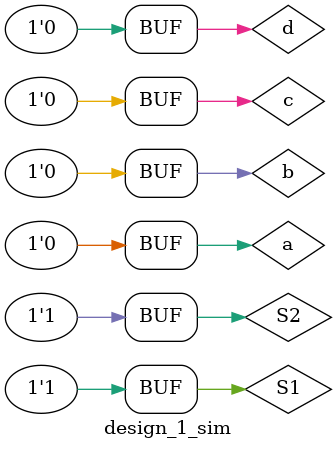
<source format=v>
`timescale 1ns / 1ps



module design_1_sim(

    );
    reg a = 0;
    reg b = 0;
    reg c = 0;
    reg d = 0;
    reg S1 = 0;
    reg S2 = 0;
    wire e;
    design_1 u(.a(a),.b(b),.c(c),.d(d),.S1(S1),.S2(S2),.e(e));
    initial begin
        #100 a = 1;
        #100 a = 0;
        #100 begin
            S1 = 1;
            b = 1;
        end
        #100 b = 0;
        #100 begin
            S2 = 1;
            S1 = 0;
            c = 1;
        end
        #100 c = 0;
        #100 begin
            S1 = 1;
            d = 1;
        end
        #100 d = 0;
    end

endmodule

</source>
